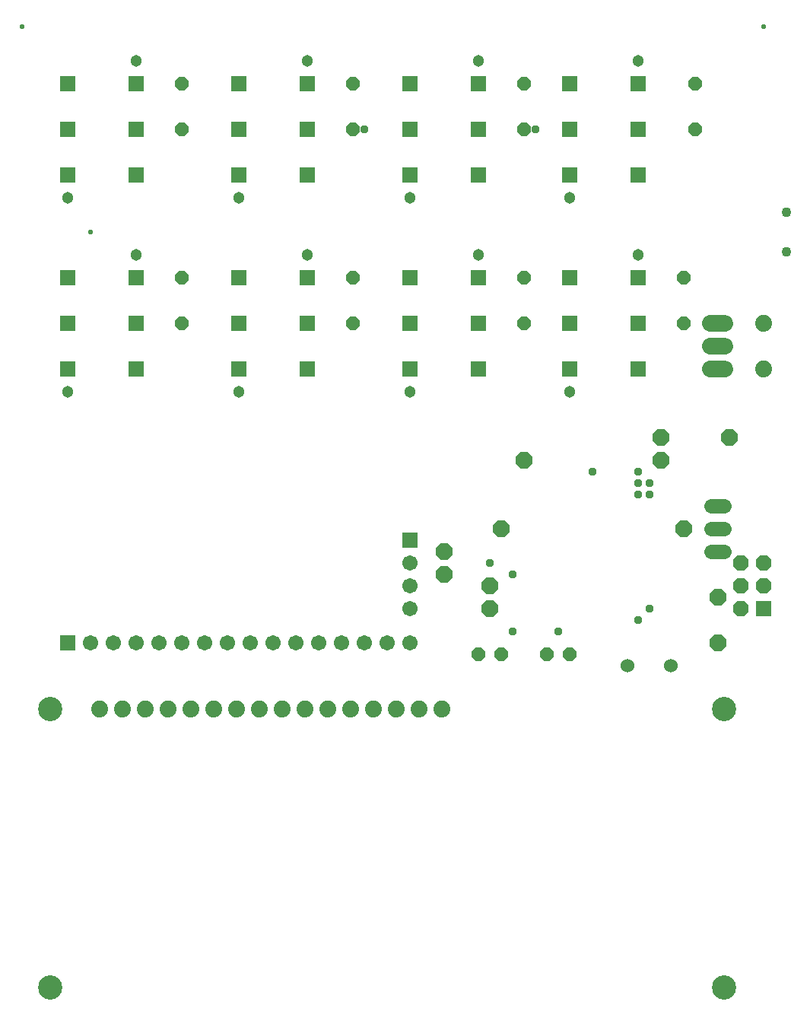
<source format=gbr>
G04 EAGLE Gerber RS-274X export*
G75*
%MOMM*%
%FSLAX34Y34*%
%LPD*%
%INSoldermask Bottom*%
%IPPOS*%
%AMOC8*
5,1,8,0,0,1.08239X$1,22.5*%
G01*
%ADD10C,0.553200*%
%ADD11R,1.703200X1.703200*%
%ADD12C,1.303200*%
%ADD13C,1.879600*%
%ADD14C,2.703200*%
%ADD15R,1.711200X1.711200*%
%ADD16C,1.711200*%
%ADD17P,1.869504X8X112.500000*%
%ADD18R,1.727200X1.727200*%
%ADD19P,1.649562X8X292.500000*%
%ADD20P,1.649562X8X112.500000*%
%ADD21C,1.103200*%
%ADD22P,1.951982X8X112.500000*%
%ADD23P,1.951982X8X292.500000*%
%ADD24P,1.649562X8X202.500000*%
%ADD25C,1.524000*%
%ADD26P,1.951982X8X22.500000*%
%ADD27C,1.625600*%
%ADD28P,1.951982X8X202.500000*%
%ADD29C,1.853200*%
%ADD30C,0.959600*%


D10*
X25400Y1104900D03*
X850900Y1104900D03*
X101600Y876300D03*
D11*
X266700Y825500D03*
X266700Y774700D03*
X342900Y774700D03*
X342900Y825500D03*
X266700Y723900D03*
X342900Y723900D03*
D12*
X266700Y698500D03*
X342900Y850900D03*
D11*
X266700Y1041400D03*
X266700Y990600D03*
X342900Y990600D03*
X342900Y1041400D03*
X266700Y939800D03*
X342900Y939800D03*
D12*
X266700Y914400D03*
X342900Y1066800D03*
D11*
X457200Y1041400D03*
X457200Y990600D03*
X533400Y990600D03*
X533400Y1041400D03*
X457200Y939800D03*
X533400Y939800D03*
D12*
X457200Y914400D03*
X533400Y1066800D03*
D11*
X457200Y825500D03*
X457200Y774700D03*
X533400Y774700D03*
X533400Y825500D03*
X457200Y723900D03*
X533400Y723900D03*
D12*
X457200Y698500D03*
X533400Y850900D03*
D11*
X635000Y1041400D03*
X635000Y990600D03*
X711200Y990600D03*
X711200Y1041400D03*
X635000Y939800D03*
X711200Y939800D03*
D12*
X635000Y914400D03*
X711200Y1066800D03*
D11*
X635000Y825500D03*
X635000Y774700D03*
X711200Y774700D03*
X711200Y825500D03*
X635000Y723900D03*
X711200Y723900D03*
D12*
X635000Y698500D03*
X711200Y850900D03*
D11*
X76200Y1041400D03*
X76200Y990600D03*
X152400Y990600D03*
X152400Y1041400D03*
X76200Y939800D03*
X152400Y939800D03*
D12*
X76200Y914400D03*
X152400Y1066800D03*
D11*
X76200Y825500D03*
X76200Y774700D03*
X152400Y774700D03*
X152400Y825500D03*
X76200Y723900D03*
X152400Y723900D03*
D12*
X76200Y698500D03*
X152400Y850900D03*
D13*
X111800Y345500D03*
X137200Y345500D03*
X162600Y345500D03*
X188000Y345500D03*
X213400Y345500D03*
X238800Y345500D03*
X264200Y345500D03*
X289600Y345500D03*
X315000Y345500D03*
X340400Y345500D03*
X365800Y345500D03*
X391200Y345500D03*
X416600Y345500D03*
X442000Y345500D03*
X467400Y345500D03*
X492800Y345500D03*
D14*
X56800Y35500D03*
X806800Y35500D03*
X56800Y345500D03*
X806800Y345500D03*
D15*
X76200Y419100D03*
D16*
X101600Y419100D03*
X127000Y419100D03*
X152400Y419100D03*
X177800Y419100D03*
X203200Y419100D03*
X228600Y419100D03*
X254000Y419100D03*
X279400Y419100D03*
X304800Y419100D03*
X330200Y419100D03*
X355600Y419100D03*
X381000Y419100D03*
X406400Y419100D03*
X431800Y419100D03*
X457200Y419100D03*
D15*
X457200Y533400D03*
D16*
X457200Y508000D03*
X457200Y482600D03*
X457200Y457200D03*
D17*
X825500Y457200D03*
X825500Y482600D03*
X825500Y508000D03*
D18*
X850900Y457200D03*
D17*
X850900Y482600D03*
X850900Y508000D03*
D19*
X393700Y825500D03*
X393700Y774700D03*
D20*
X203200Y990600D03*
X203200Y1041400D03*
D19*
X584200Y825500D03*
X584200Y774700D03*
X584200Y1041400D03*
X584200Y990600D03*
X203200Y825500D03*
X203200Y774700D03*
X774700Y1041400D03*
X774700Y990600D03*
D20*
X393700Y990600D03*
X393700Y1041400D03*
D19*
X762000Y825500D03*
X762000Y774700D03*
D21*
X876300Y854300D03*
X876300Y898300D03*
D22*
X546100Y457200D03*
X546100Y482600D03*
D23*
X495300Y520700D03*
X495300Y495300D03*
D24*
X635000Y406400D03*
X609600Y406400D03*
X558800Y406400D03*
X533400Y406400D03*
D25*
X748030Y393700D03*
X699770Y393700D03*
D26*
X584200Y622300D03*
X736600Y622300D03*
D27*
X792988Y571500D02*
X807212Y571500D01*
X807212Y546100D02*
X792988Y546100D01*
X792988Y520700D02*
X807212Y520700D01*
D28*
X812800Y647700D03*
X736600Y647700D03*
X762000Y546100D03*
X558800Y546100D03*
D29*
X791850Y774700D02*
X808350Y774700D01*
X808350Y749300D02*
X791850Y749300D01*
X791850Y723900D02*
X808350Y723900D01*
D13*
X850900Y774700D03*
X850900Y723900D03*
D23*
X800100Y469900D03*
X800100Y419100D03*
D30*
X406400Y990600D03*
X596900Y990600D03*
X660400Y609600D03*
X711200Y609600D03*
X711200Y596900D03*
X711200Y584200D03*
X723900Y596900D03*
X723900Y584200D03*
X571500Y495300D03*
X546100Y508000D03*
X571500Y431800D03*
X622300Y431800D03*
X711200Y444500D03*
X723900Y457200D03*
M02*

</source>
